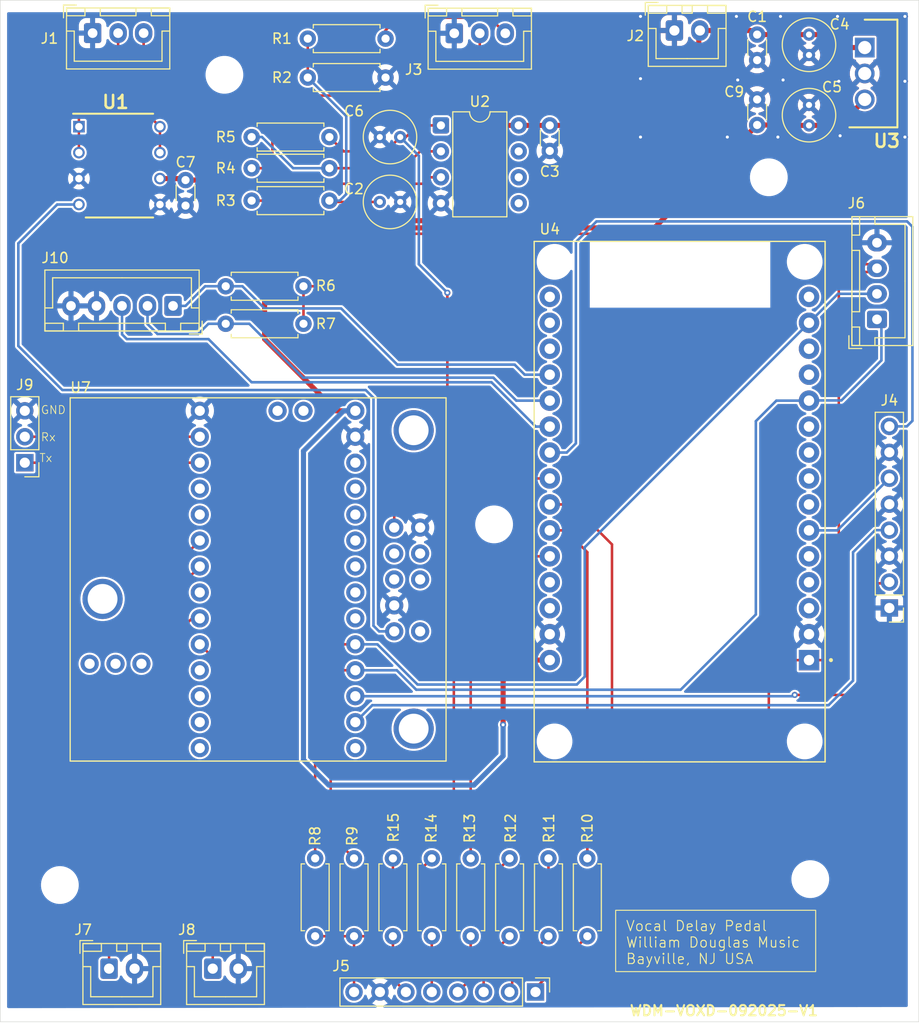
<source format=kicad_pcb>
(kicad_pcb (version 20241229) (generator "pcbnew") (generator_version "9.0")
  (title_block (title "Vocal delay Pedal") (date "2025-09-20") (rev "1") (company "William Douglas Music"))
  (layers (0 "F.Cu" signal) (2 "B.Cu" signal) (13 "F.Paste" user) (15 "B.Paste" user) (5 "F.SilkS" user "F.Silkscreen") (7 "B.SilkS" user "B.Silkscreen") (1 "F.Mask" user) (3 "B.Mask" user) (25 "Edge.Cuts" user))
  (net 0 "")
  (net 1 "GND")
  (net 2 "+9V")
  (net 3 "/VGND")
  (net 4 "+5V")
  (net 5 "Net-(J3-Pin_2)")
  (net 6 "Net-(J3-Pin_3)")
  (net 7 "SDA")
  (net 8 "+3.3V")
  (net 9 "SCL")
  (net 10 "Net-(J7-Pin_1)")
  (net 11 "Net-(J8-Pin_1)")
  (net 12 "Net-(J9-Pin_2)")
  (net 13 "LED2")
  (net 14 "LED5")
  (net 15 "LED4")
  (net 16 "LED1")
  (net 17 "LED3")
  (net 18 "LED6")
  (net 19 "SIO1")
  (net 20 "SIO4")
  (net 21 "SIO3")
  (net 22 "SIO2")
  (net 23 "LINE_IN_L")
  (net 24 "LINE_OUT_L")
  (net 25 "Net-(J1-Pin_2)")
  (net 26 "Net-(J1-Pin_3)")
  (net 27 "Net-(J9-Pin_1)")
  (net 28 "Net-(J10-Pin_1)")
  (net 29 "Net-(J10-Pin_2)")
  (net 30 "Net-(J10-Pin_3)")
  (net 31 "Net-(U2A-+)")
  (net 32 "Net-(U2A--)")
  (net 64 "Net-(J5-Pin_3)")
  (net 65 "Net-(J5-Pin_2)")
  (net 66 "Net-(J5-Pin_6)")
  (net 67 "Net-(J5-Pin_5)")
  (net 68 "Net-(J5-Pin_1)")
  (net 69 "Net-(J5-Pin_4)")
  (footprint "Connector_JST:JST_XH_B2B-XH-A_1x02_P2.50mm_Vertical" (layer "F.Cu") (at 70.477 150.807)
    (property "Reference" "J7")
    (property "Value" "Stomp SW1")
  )
  (footprint "Resistor_THT:R_Axial_DIN0207_L6.3mm_D2.5mm_P7.62mm_Horizontal" (layer "F.Cu") (at 98.29 140.012 -90)
    (property "Reference" "R15")
    (property "Value" "470" (hide yes))
  )
  (footprint "MountingHole:MountingHole_3.2mm_M3" (layer "F.Cu") (at 135.12 73.337)
    (property "Reference" "REF**" (hide yes))
    (property "Value" "MountingHole_3.2mm_M3")
  )
  (footprint "Connector_PinHeader_2.54mm:PinHeader_1x08_P2.54mm_Vertical" (layer "F.Cu") (at 146.931 115.501 180)
    (property "Reference" "J4")
    (property "Value" "Spare IO Header")
  )
  (footprint "Capacitor_THT:C_Radial_D5.0mm_H5.0mm_P2.00mm" (layer "F.Cu") (at 139.057 59.367 -90)
    (property "Reference" "C4")
    (property "Value" "100uf" (hide yes))
  )
  (footprint "Capacitor_THT:C_Disc_D3.0mm_W1.6mm_P2.50mm" (layer "F.Cu") (at 133.977 65.717 -90)
    (property "Reference" "C9")
    (property "Value" ".1uf" (hide yes))
  )
  (footprint "Resistor_THT:R_Axial_DIN0207_L6.3mm_D2.5mm_P7.62mm_Horizontal" (layer "F.Cu") (at 89.948 63.575)
    (property "Reference" "R2")
    (property "Value" "10K" (hide yes))
  )
  (footprint "Connector_JST:JST_XH_B2B-XH-A_1x02_P2.50mm_Vertical" (layer "F.Cu") (at 125.869 58.969)
    (property "Reference" "J2")
    (property "Value" "9V Supply")
  )
  (footprint "MountingHole:MountingHole_3.2mm_M3" (layer "F.Cu") (at 139.184 142.044)
    (property "Reference" "REF**" (hide yes))
    (property "Value" "MountingHole_3.2mm_M3")
  )
  (footprint "MountingHole:MountingHole_3.2mm_M3" (layer "F.Cu") (at 81.78 63.304)
    (property "Reference" "REF**" (hide yes))
    (property "Value" "MountingHole_3.2mm_M3")
  )
  (footprint "Resistor_THT:R_Axial_DIN0207_L6.3mm_D2.5mm_P7.62mm_Horizontal" (layer "F.Cu") (at 117.34 140.012 -90)
    (property "Reference" "R10")
    (property "Value" "470" (hide yes))
  )
  (footprint "Resistor_THT:R_Axial_DIN0207_L6.3mm_D2.5mm_P7.62mm_Horizontal" (layer "F.Cu") (at 84.447 69.4)
    (property "Reference" "R5")
    (property "Value" "1K" (hide yes))
  )
  (footprint "Resistor_THT:R_Axial_DIN0207_L6.3mm_D2.5mm_P7.62mm_Horizontal" (layer "F.Cu") (at 90.67 147.632 90)
    (property "Reference" "R8")
    (property "Value" "4.7K" (hide yes))
  )
  (footprint "Resistor_THT:R_Axial_DIN0207_L6.3mm_D2.5mm_P7.62mm_Horizontal" (layer "F.Cu") (at 105.91 140.012 -90)
    (property "Reference" "R13")
    (property "Value" "470" (hide yes))
  )
  (footprint "Connector_JST:JST_XH_B4B-XH-A_1x04_P2.50mm_Vertical" (layer "F.Cu") (at 145.717 87.247 90)
    (property "Reference" "J6")
    (property "Value" "OLED Display")
  )
  (footprint "Connector_PinHeader_2.54mm:PinHeader_1x03_P2.54mm_Vertical" (layer "F.Cu") (at 62.222 101.277 180)
    (property "Reference" "J9")
    (property "Value" "Conn_01x03_Pin" (hide yes))
  )
  (footprint "Resistor_THT:R_Axial_DIN0207_L6.3mm_D2.5mm_P7.62mm_Horizontal" (layer "F.Cu") (at 92.067 75.623 180)
    (property "Reference" "R3")
    (property "Value" "10K" (hide yes))
  )
  (footprint "MySamacSys:MODULE_DEV-15845" (layer "F.Cu") (at 84.447 112.707 -90)
    (property "Reference" "U7")
    (property "Value" "Audio_Shield")
  )
  (footprint "MySamacSys:DIP794W53P254L959H508Q8N" (layer "F.Cu") (at 71.493 72.194)
    (property "Reference" "U1")
    (property "Value" "DRV134PA" (hide yes))
  )
  (footprint "Resistor_THT:R_Axial_DIN0207_L6.3mm_D2.5mm_P7.62mm_Horizontal" (layer "F.Cu") (at 89.527 84.005 180)
    (property "Reference" "R6")
    (property "Value" "10K" (hide yes))
  )
  (footprint "Resistor_THT:R_Axial_DIN0207_L6.3mm_D2.5mm_P7.62mm_Horizontal" (layer "F.Cu") (at 84.447 72.448)
    (property "Reference" "R4")
    (property "Value" "10K" (hide yes))
  )
  (footprint "Capacitor_THT:C_Disc_D3.0mm_W1.6mm_P2.50mm" (layer "F.Cu") (at 133.977 59.367 -90)
    (property "Reference" "C1")
    (property "Value" ".1uf" (hide yes))
  )
  (footprint "Package_DIP:DIP-8_W7.62mm" (layer "F.Cu") (at 102.994 68.257)
    (property "Reference" "U2")
    (property "Value" "NE5532")
  )
  (footprint "Connector_JST:JST_XH_B5B-XH-A_1x05_P2.50mm_Vertical" (layer "F.Cu") (at 76.747 85.927 180)
    (property "Reference" "J10")
    (property "Value" "Encoder_With_Sw")
  )
  (footprint "Resistor_THT:R_Axial_DIN0207_L6.3mm_D2.5mm_P7.62mm_Horizontal" (layer "F.Cu") (at 102.1 140.012 -90)
    (property "Reference" "R14")
    (property "Value" "470" (hide yes))
  )
  (footprint "Connector_JST:JST_XH_B3B-XH-A_1x03_P2.50mm_Vertical" (layer "F.Cu") (at 68.866 59.223)
    (property "Reference" "J1")
    (property "Value" "XLR Out")
  )
  (footprint "MySamacSys:TO254P470X1028X1955-3P" (layer "F.Cu") (at 144.518 60.637 -90)
    (property "Reference" "U3")
    (property "Value" "LM2940T-5.0_NOPB" (hide yes))
  )
  (footprint "Resistor_THT:R_Axial_DIN0207_L6.3mm_D2.5mm_P7.62mm_Horizontal" (layer "F.Cu") (at 97.568 59.765 180)
    (property "Reference" "R1")
    (property "Value" "10K" (hide yes))
  )
  (footprint "Resistor_THT:R_Axial_DIN0207_L6.3mm_D2.5mm_P7.62mm_Horizontal" (layer "F.Cu") (at 89.527 87.677 180)
    (property "Reference" "R7")
    (property "Value" "10K" (hide yes))
  )
  (footprint "MountingHole:MountingHole_3.2mm_M3" (layer "F.Cu") (at 108.204 107.315)
    (property "Reference" "REF**" (hide yes))
    (property "Value" "MountingHole_3.2mm_M3")
  )
  (footprint "Connector_JST:JST_XH_B3B-XH-A_1x03_P2.50mm_Vertical" (layer "F.Cu") (at 104.299 59.24)
    (property "Reference" "J3")
    (property "Value" "XLR In")
  )
  (footprint "Capacitor_THT:C_Disc_D3.0mm_W1.6mm_P2.50mm" (layer "F.Cu") (at 113.657 68.257 -90)
    (property "Reference" "C3")
    (property "Value" ".1uF" (hide yes))
  )
  (footprint "Connector_JST:JST_XH_B2B-XH-A_1x02_P2.50mm_Vertical" (layer "F.Cu") (at 80.637 150.807)
    (property "Reference" "J8")
    (property "Value" "Stomp SW2")
  )
  (footprint "Capacitor_THT:C_Radial_D5.0mm_H5.0mm_P2.00mm" (layer "F.Cu") (at 97.004 75.75)
    (property "Reference" "C2")
    (property "Value" "100uf" (hide yes))
  )
  (footprint "Resistor_THT:R_Axial_DIN0207_L6.3mm_D2.5mm_P7.62mm_Horizontal" (layer "F.Cu") (at 113.53 140.012 -90)
    (property "Reference" "R11")
    (property "Value" "470" (hide yes))
  )
  (footprint "MountingHole:MountingHole_3.2mm_M3" (layer "F.Cu") (at 65.659 142.621)
    (property "Reference" "REF**" (hide yes))
    (property "Value" "MountingHole_3.2mm_M3")
  )
  (footprint "Capacitor_THT:C_Radial_D5.0mm_H5.0mm_P2.00mm" (layer "F.Cu") (at 99.004 69.4 180)
    (property "Reference" "C6")
    (property "Value" "10uf" (hide yes))
  )
  (footprint "MySamacSys:MODULE_ESP32_DEVKIT_V1" (layer "F.Cu") (at 126.357 105.087 180)
    (property "Reference" "U4")
    (property "Value" "ESP32-DEVKIT-V1")
  )
  (footprint "Capacitor_THT:C_Radial_D5.0mm_H5.0mm_P2.00mm" (layer "F.Cu") (at 139.057 68.257 90)
    (property "Reference" "C5")
    (property "Value" "100uf" (hide yes))
  )
  (footprint "Resistor_THT:R_Axial_DIN0207_L6.3mm_D2.5mm_P7.62mm_Horizontal" (layer "F.Cu") (at 94.48 147.632 90)
    (property "Reference" "R9")
    (property "Value" "4.7K" (hide yes))
  )
  (footprint "Connector_PinHeader_2.54mm:PinHeader_1x08_P2.54mm_Vertical" (layer "F.Cu") (at 112.26 153.093 -90)
    (property "Reference" "J5")
    (property "Value" "LED Header")
  )
  (footprint "Resistor_THT:R_Axial_DIN0207_L6.3mm_D2.5mm_P7.62mm_Horizontal" (layer "F.Cu") (at 109.72 140.012 -90)
    (property "Reference" "R12")
    (property "Value" "470" (hide yes))
  )
  (footprint "Capacitor_THT:C_Disc_D3.0mm_W1.6mm_P2.50mm" (layer "F.Cu") (at 77.97 73.611 -90)
    (property "Reference" "C7")
    (property "Value" ".1uF" (hide yes))
  )
  (gr_rect (start 59.817 56.007) (end 149.817 156.007) (stroke (width 0.05)) (fill no) (layer "Edge.Cuts"))
  (gr_text "GND" (at 63.746 96.578 0) (layer "F.SilkS") (effects (font (size 0.8 0.8) (thickness 0.08)) (justify left bottom)))
  (gr_text "Rx" (at 63.746 99.245 0) (layer "F.SilkS") (effects (font (size 0.8 0.8) (thickness 0.08)) (justify left bottom)))
  (gr_text "Tx" (at 63.602 101.277 0) (layer "F.SilkS") (effects (font (size 0.8 0.8) (thickness 0.08)) (justify left bottom)))
  (gr_text "WDM-VOXD-092025-V1" (at 121.404 155.506 0) (layer "F.SilkS") (effects (font (size 1 1) (thickness 0.2) (bold yes)) (justify left bottom)))
  (gr_text_box "Vocal Delay Pedal\nWilliam Douglas Music\nBayville, NJ USA" (start 120.113 145.092) (end 139.713 151.0945) (margins 1.0025 1.0025 1.0025 1.0025) (layer "F.SilkS") (effects (font (size 1 1) (thickness 0.1)) (justify left top)) (border yes) (stroke (width 0.1)))
  (via (at 122.547 63.685) (size 0.6) (drill 0.3) (layers "F.Cu" "B.Cu") (net 1))
  (via (at 141.851 57.589) (size 0.6) (drill 0.3) (layers "F.Cu" "B.Cu") (net 1))
  (via (at 148.455 57.589) (size 0.6) (drill 0.3) (layers "F.Cu" "B.Cu") (net 1))
  (via (at 141.978 63.939) (size 0.6) (drill 0.3) (layers "F.Cu" "B.Cu") (net 1))
  (via (at 142.105 69.273) (size 0.6) (drill 0.3) (layers "F.Cu" "B.Cu") (net 1))
  (via (at 131.945 57.589) (size 0.6) (drill 0.3) (layers "F.Cu" "B.Cu") (net 1))
  (via (at 136.517 63.812) (size 0.6) (drill 0.3) (layers "F.Cu" "B.Cu") (net 1))
  (via (at 122.547 69.4) (size 0.6) (drill 0.3) (layers "F.Cu" "B.Cu") (net 1))
  (via (at 136.009 69.4) (size 0.6) (drill 0.3) (layers "F.Cu" "B.Cu") (net 1))
  (via (at 132.072 63.812) (size 0.6) (drill 0.3) (layers "F.Cu" "B.Cu") (net 1))
  (via (at 122.547 57.589) (size 0.6) (drill 0.3) (layers "F.Cu" "B.Cu") (net 1))
  (via (at 148.455 63.939) (size 0.6) (drill 0.3) (layers "F.Cu" "B.Cu") (net 1))
  (via (at 136.263 57.589) (size 0.6) (drill 0.3) (layers "F.Cu" "B.Cu") (net 1))
  (via (at 131.056 69.4) (size 0.6) (drill 0.3) (layers "F.Cu" "B.Cu") (net 1))
  (via (at 148.455 69.4) (size 0.6) (drill 0.3) (layers "F.Cu" "B.Cu") (net 1))
  (segment (start 84.127 77.589) (end 104.833 77.589) (width 0.5) (layer "F.Cu") (net 2))
  (segment (start 106.164 69.019) (end 106.926 68.257) (width 0.5) (layer "F.Cu") (net 2))
  (segment (start 77.823 73.464) (end 77.97 73.611) (width 0.5) (layer "F.Cu") (net 2))
  (segment (start 106.926 68.257) (end 110.614 68.257) (width 0.5) (layer "F.Cu") (net 2))
  (segment (start 80.149 73.611) (end 84.127 77.589) (width 0.5) (layer "F.Cu") (net 2))
  (segment (start 104.833 77.589) (end 106.164 76.258) (width 0.5) (layer "F.Cu") (net 2))
  (segment (start 141.851 59.367) (end 139.057 59.367) (width 0.5) (layer "F.Cu") (net 2))
  (segment (start 133.977 59.367) (end 133.723 59.367) (width 0.5) (layer "F.Cu") (net 2))
  (segment (start 77.97 73.611) (end 80.149 73.611) (width 0.5) (layer "F.Cu") (net 2))
  (segment (start 128.262 59.076) (end 128.369 58.969) (width 0.5) (layer "F.Cu") (net 2))
  (segment (start 113.657 68.257) (end 124.706 68.257) (width 0.5) (layer "F.Cu") (net 2))
  (segment (start 124.706 68.257) (end 128.262 64.701) (width 0.5) (layer "F.Cu") (net 2))
  (segment (start 113.657 68.257) (end 110.614 68.257) (width 0.5) (layer "F.Cu") (net 2))
  (segment (start 144.557 60.637) (end 143.121 60.637) (width 0.5) (layer "F.Cu") (net 2))
  (segment (start 143.121 60.637) (end 141.851 59.367) (width 0.5) (layer "F.Cu") (net 2))
  (segment (start 133.325 58.969) (end 128.369 58.969) (width 0.5) (layer "F.Cu") (net 2))
  (segment (start 106.164 76.258) (end 106.164 69.019) (width 0.5) (layer "F.Cu") (net 2))
  (segment (start 139.057 59.367) (end 133.977 59.367) (width 0.5) (layer "F.Cu") (net 2))
  (segment (start 128.262 64.701) (end 128.262 59.076) (width 0.5) (layer "F.Cu") (net 2))
  (segment (start 75.463 73.464) (end 77.823 73.464) (width 0.5) (layer "F.Cu") (net 2))
  (segment (start 133.723 59.367) (end 133.325 58.969) (width 0.5) (layer "F.Cu") (net 2))
  (segment (start 97.004 75.75) (end 92.194 75.75) (width 0.25) (layer "F.Cu") (net 3))
  (segment (start 89.948 59.765) (end 89.948 63.575) (width 0.25) (layer "F.Cu") (net 3))
  (segment (start 92.194 75.75) (end 92.067 75.623) (width 0.25) (layer "F.Cu") (net 3))
  (segment (start 93.718 74.988) (end 93.083 75.623) (width 0.25) (layer "B.Cu") (net 3))
  (segment (start 89.948 63.575) (end 93.718 67.345) (width 0.25) (layer "B.Cu") (net 3))
  (segment (start 93.083 75.623) (end 92.067 75.623) (width 0.25) (layer "B.Cu") (net 3))
  (segment (start 93.718 67.345) (end 93.718 74.988) (width 0.25) (layer "B.Cu") (net 3))
  (segment (start 142.017 68.257) (end 139.057 68.257) (width 0.5) (layer "F.Cu") (net 4))
  (segment (start 138.168 68.257) (end 138.128 68.217) (width 0.5) (layer "F.Cu") (net 4))
  (segment (start 109.085 122.613) (end 109.085 126.931) (width 0.5) (layer "F.Cu") (net 4))
  (segment (start 111.096 120.602) (end 110.609 121.089) (width 0.5) (layer "F.Cu") (net 4))
  (segment (start 85.717 89.177) (end 85.717 79.687) (width 0.5) (layer "F.Cu") (net 4))
  (segment (start 113.657 120.602) (end 111.096 120.602) (width 0.5) (layer "F.Cu") (net 4))
  (segment (start 123.904 78.29) (end 133.977 68.217) (width 0.5) (layer "F.Cu") (net 4))
  (segment (start 139.057 68.257) (end 138.168 68.257) (width 0.5) (layer "F.Cu") (net 4))
  (segment (start 138.128 68.217) (end 133.977 68.217) (width 0.5) (layer "F.Cu") (net 4))
  (segment (start 94.607 96.197) (end 92.737 96.197) (width 0.5) (layer "F.Cu") (net 4))
  (segment (start 92.737 96.197) (end 85.717 89.177) (width 0.5) (layer "F.Cu") (net 4))
  (segment (start 87.114 78.29) (end 123.904 78.29) (width 0.5) (layer "F.Cu") (net 4))
  (segment (start 110.609 121.089) (end 109.085 122.613) (width 0.5) (layer "F.Cu") (net 4))
  (segment (start 85.717 79.687) (end 87.114 78.29) (width 0.5) (layer "F.Cu") (net 4))
  (segment (start 144.557 65.717) (end 142.017 68.257) (width 0.5) (layer "F.Cu") (net 4))
  (via (at 109.085 126.931) (size 0.6) (drill 0.3) (layers "F.Cu" "B.Cu") (net 4))
  (segment (start 106.2275 132.8365) (end 92.0035 132.8365) (width 0.5) (layer "B.Cu") (net 4))
  (segment (start 109.085 126.931) (end 109.085 129.979) (width 0.5) (layer "B.Cu") (net 4))
  (segment (start 89.527 130.36) (end 89.527 100.134) (width 0.5) (layer "B.Cu") (net 4))
  (segment (start 92.0035 132.8365) (end 89.527 130.36) (width 0.5) (layer "B.Cu") (net 4))
  (segment (start 89.527 100.134) (end 93.464 96.197) (width 0.5) (layer "B.Cu") (net 4))
  (segment (start 109.085 129.979) (end 106.2275 132.8365) (width 0.5) (layer "B.Cu") (net 4))
  (segment (start 93.464 96.197) (end 94.607 96.197) (width 0.5) (layer "B.Cu") (net 4))
  (segment (start 87.368 65.336) (end 103.497 65.336) (width 0.25) (layer "F.Cu") (net 5))
  (segment (start 86.479 66.225) (end 87.368 65.336) (width 0.25) (layer "F.Cu") (net 5))
  (segment (start 106.799 62.034) (end 106.799 59.581) (width 0.25) (layer "F.Cu") (net 5))
  (segment (start 84.447 72.448) (end 85.865491 72.448) (width 0.25) (layer "F.Cu") (net 5))
  (segment (start 106.799 59.581) (end 106.458 59.24) (width 0.25) (layer "F.Cu") (net 5))
  (segment (start 85.865491 72.448) (end 86.479 71.834491) (width 0.25) (layer "F.Cu") (net 5))
  (segment (start 86.479 71.834491) (end 86.479 66.225) (width 0.25) (layer "F.Cu") (net 5))
  (segment (start 103.497 65.336) (end 106.799 62.034) (width 0.25) (layer "F.Cu") (net 5))
  (segment (start 107.775 57.716) (end 98.798 57.716) (width 0.25) (layer "F.Cu") (net 6))
  (segment (start 97.568 58.946) (end 97.568 59.765) (width 0.25) (layer "F.Cu") (net 6))
  (segment (start 98.798 57.716) (end 97.568 58.946) (width 0.25) (layer "F.Cu") (net 6))
  (segment (start 109.299 59.24) (end 107.775 57.716) (width 0.25) (layer "F.Cu") (net 6))
  (segment (start 93.337 121.597) (end 94.607 121.597) (width 0.25) (layer "F.Cu") (net 7))
  (segment (start 94.48 140.012) (end 92.194 137.726) (width 0.25) (layer "F.Cu") (net 7))
  (segment (start 92.194 137.726) (end 92.194 122.74) (width 0.25) (layer "F.Cu") (net 7))
  (segment (start 92.194 122.74) (end 93.337 121.597) (width 0.25) (layer "F.Cu") (net 7))
  (segment (start 133.85 116.136) (end 133.85 97.213) (width 0.25) (layer "B.Cu") (net 7))
  (segment (start 139.078 95.181) (end 139.057 95.202) (width 0.25) (layer "B.Cu") (net 7))
  (segment (start 94.607 121.597) (end 98.66819 121.597) (width 0.25) (layer "B.Cu") (net 7))
  (segment (start 133.85 97.213) (end 135.861 95.202) (width 0.25) (layer "B.Cu") (net 7))
  (segment (start 126.484 123.502) (end 133.85 116.136) (width 0.25) (layer "B.Cu") (net 7))
  (segment (start 146.152 91.261) (end 142.232 95.181) (width 0.25) (layer "B.Cu") (net 7))
  (segment (start 142.232 95.181) (end 139.078 95.181) (width 0.25) (layer "B.Cu") (net 7))
  (segment (start 98.66819 121.597) (end 100.57319 123.502) (width 0.25) (layer "B.Cu") (net 7))
  (segment (start 100.57319 123.502) (end 126.484 123.502) (width 0.25) (layer "B.Cu") (net 7))
  (segment (start 135.861 95.202) (end 139.057 95.202) (width 0.25) (layer "B.Cu") (net 7))
  (segment (start 146.152 87.247) (end 146.152 91.261) (width 0.25) (layer "B.Cu") (net 7))
  (segment (start 94.48 147.632) (end 90.67 147.632) (width 0.25) (layer "F.Cu") (net 8))
  (segment (start 89.527 84.005) (end 89.527 87.677) (width 0.25) (layer "F.Cu") (net 8))
  (segment (start 140.941 120.602) (end 141.978 119.565) (width 0.25) (layer "F.Cu") (net 8))
  (segment (start 99.746 78.866) (end 140.251891 78.866) (width 0.25) (layer "F.Cu") (net 8))
  (segment (start 141.978 119.565) (end 141.978 84.132) (width 0.25) (layer "F.Cu") (net 8))
  (segment (start 143.231891 81.846) (end 145.316 81.846) (width 0.25) (layer "F.Cu") (net 8))
  (segment (start 132.637 142.241) (end 135.12 139.758) (width 0.25) (layer "F.Cu") (net 8))
  (segment (start 89.527 84.005) (end 94.607 84.005) (width 0.25) (layer "F.Cu") (net 8))
  (segment (start 143.502 82.608) (end 145.356 82.608) (width 0.25) (layer "F.Cu") (net 8))
  (segment (start 94.48 147.632) (end 94.48 153.093) (width 0.25) (layer "F.Cu") (net 8))
  (segment (start 140.251891 78.866) (end 143.231891 81.846) (width 0.25) (layer "F.Cu") (net 8))
  (segment (start 94.607 84.005) (end 99.746 78.866) (width 0.25) (layer "F.Cu") (net 8))
  (segment (start 101.00237 142.241) (end 132.637 142.241) (width 0.25) (layer "F.Cu") (net 8))
  (segment (start 95.61137 147.632) (end 101.00237 142.241) (width 0.25) (layer "F.Cu") (net 8))
  (segment (start 145.316 81.846) (end 145.717 82.247) (width 0.25) (layer "F.Cu") (net 8))
  (segment (start 135.12 139.758) (end 135.12 122.486) (width 0.25) (layer "F.Cu") (net 8))
  (segment (start 137.004 120.602) (end 139.057 120.602) (width 0.25) (layer "F.Cu") (net 8))
  (segment (start 139.057 120.602) (end 140.941 120.602) (width 0.25) (layer "F.Cu") (net 8))
  (segment (start 145.356 82.608) (end 145.717 82.247) (width 0.25) (layer "F.Cu") (net 8))
  (segment (start 94.48 147.632) (end 95.61137 147.632) (width 0.25) (layer "F.Cu") (net 8))
  (segment (start 141.978 84.132) (end 143.502 82.608) (width 0.25) (layer "F.Cu") (net 8))
  (segment (start 135.12 122.486) (end 137.004 120.602) (width 0.25) (layer "F.Cu") (net 8))
  (segment (start 92.448 119.057) (end 94.607 119.057) (width 0.25) (layer "F.Cu") (net 9))
  (segment (start 90.67 140.012) (end 90.67 120.835) (width 0.25) (layer "F.Cu") (net 9))
  (segment (start 90.67 120.835) (end 92.448 119.057) (width 0.25) (layer "F.Cu") (net 9))
  (segment (start 100.703 122.994) (end 96.766 119.057) (width 0.25) (layer "B.Cu") (net 9))
  (segment (start 96.766 119.057) (end 94.607 119.057) (width 0.25) (layer "B.Cu") (net 9))
  (segment (start 117.086 122.218096) (end 116.310096 122.994) (width 0.25) (layer "B.Cu") (net 9))
  (segment (start 146.152 84.747) (end 141.892 84.747) (width 0.25) (layer "B.Cu") (net 9))
  (segment (start 139.057 87.582) (end 117.086 109.553) (width 0.25) (layer "B.Cu") (net 9))
  (segment (start 141.892 84.747) (end 139.057 87.582) (width 0.25) (layer "B.Cu") (net 9))
  (segment (start 116.310096 122.994) (end 100.703 122.994) (width 0.25) (layer "B.Cu") (net 9))
  (segment (start 117.086 109.553) (end 117.086 122.218096) (width 0.25) (layer "B.Cu") (net 9))
  (segment (start 70.477 127.947) (end 75.43 122.994) (width 0.25) (layer "F.Cu") (net 10))
  (segment (start 75.43 122.994) (end 75.43 112.834) (width 0.25) (layer "F.Cu") (net 10))
  (segment (start 70.477 150.807) (end 70.477 127.947) (width 0.25) (layer "F.Cu") (net 10))
  (segment (start 75.43 112.834) (end 79.367 108.897) (width 0.25) (layer "F.Cu") (net 10))
  (segment (start 80.637 146.235) (end 80.637 150.807) (width 0.25) (layer "F.Cu") (net 11))
  (segment (start 76.319 141.917) (end 80.637 146.235) (width 0.25) (layer "F.Cu") (net 11))
  (segment (start 76.319 114.485) (end 76.319 141.917) (width 0.25) (layer "F.Cu") (net 11))
  (segment (start 79.367 111.437) (end 76.319 114.485) (width 0.25) (layer "F.Cu") (net 11))
  (segment (start 62.857 98.737) (end 79.367 98.737) (width 0.25) (layer "F.Cu") (net 12))
  (segment (start 118.775016 141.79) (end 119.753 140.812016) (width 0.25) (layer "F.Cu") (net 13))
  (segment (start 114.038 141.79) (end 118.775016 141.79) (width 0.25) (layer "F.Cu") (net 13))
  (segment (start 113.53 140.012) (end 113.53 141.282) (width 0.25) (layer "F.Cu") (net 13))
  (segment (start 119.753 109.278) (end 115.837 105.362) (width 0.25) (layer "F.Cu") (net 13))
  (segment (start 119.753 140.812016) (end 119.753 109.278) (width 0.25) (layer "F.Cu") (net 13))
  (segment (start 113.53 141.282) (end 114.038 141.79) (width 0.25) (layer "F.Cu") (net 13))
  (segment (start 115.837 105.362) (end 113.657 105.362) (width 0.25) (layer "F.Cu") (net 13))
  (segment (start 78.605 116.517) (end 79.367 116.517) (width 0.25) (layer "F.Cu") (net 14))
  (segment (start 77.335 140.52) (end 77.335 117.787) (width 0.25) (layer "F.Cu") (net 14))
  (segment (start 98.544 143.568) (end 80.383 143.568) (width 0.25) (layer "F.Cu") (net 14))
  (segment (start 102.1 140.012) (end 98.544 143.568) (width 0.25) (layer "F.Cu") (net 14))
  (segment (start 80.383 143.568) (end 77.335 140.52) (width 0.25) (layer "F.Cu") (net 14))
  (segment (start 77.335 117.787) (end 78.605 116.517) (width 0.25) (layer "F.Cu") (net 14))
  (segment (start 105.91 114.993) (end 110.482 110.421) (width 0.25) (layer "F.Cu") (net 15))
  (segment (start 110.503 110.442) (end 113.657 110.442) (width 0.25) (layer "F.Cu") (net 15))
  (segment (start 110.482 110.421) (end 110.503 110.442) (width 0.25) (layer "F.Cu") (net 15))
  (segment (start 105.91 140.012) (end 105.91 114.993) (width 0.25) (layer "F.Cu") (net 15))
  (segment (start 117.34 110.04) (end 115.181 107.881) (width 0.25) (layer "F.Cu") (net 16))
  (segment (start 115.16 107.902) (end 113.657 107.902) (width 0.25) (layer "F.Cu") (net 16))
  (segment (start 117.34 140.012) (end 117.34 110.04) (width 0.25) (layer "F.Cu") (net 16))
  (segment (start 115.181 107.881) (end 115.16 107.902) (width 0.25) (layer "F.Cu") (net 16))
  (segment (start 104.259 141.409) (end 104.259 105.976) (width 0.25) (layer "F.Cu") (net 17))
  (segment (start 109.72 140.012) (end 108.594 141.138) (width 0.25) (layer "F.Cu") (net 17))
  (segment (start 107.413 102.822) (end 113.657 102.822) (width 0.25) (layer "F.Cu") (net 17))
  (segment (start 104.259 105.976) (end 107.413 102.822) (width 0.25) (layer "F.Cu") (net 17))
  (segment (start 104.64 141.79) (end 104.259 141.409) (width 0.25) (layer "F.Cu") (net 17))
  (segment (start 108.594 141.392) (end 108.196 141.79) (width 0.25) (layer "F.Cu") (net 17))
  (segment (start 108.196 141.79) (end 104.64 141.79) (width 0.25) (layer "F.Cu") (net 17))
  (segment (start 108.594 141.138) (end 108.594 141.392) (width 0.25) (layer "F.Cu") (net 17))
  (segment (start 85.59 142.044) (end 86.352 142.806) (width 0.25) (layer "F.Cu") (net 18))
  (segment (start 98.29 142.298) (end 98.29 140.012) (width 0.25) (layer "F.Cu") (net 18))
  (segment (start 85.59 125.28) (end 85.59 142.044) (width 0.25) (layer "F.Cu") (net 18))
  (segment (start 86.352 142.806) (end 97.528 142.806) (width 0.25) (layer "F.Cu") (net 18))
  (segment (start 97.655 142.933) (end 98.29 142.298) (width 0.25) (layer "F.Cu") (net 18))
  (segment (start 79.367 119.057) (end 85.59 125.28) (width 0.25) (layer "F.Cu") (net 18))
  (segment (start 97.528 142.806) (end 97.655 142.933) (width 0.25) (layer "F.Cu") (net 18))
  (segment (start 149.191 97.177) (end 149.191 78.177) (width 0.25) (layer "B.Cu") (net 19))
  (segment (start 118.239 77.655) (end 116.217 79.677) (width 0.25) (layer "B.Cu") (net 19))
  (segment (start 148.669 77.655) (end 118.239 77.655) (width 0.25) (layer "B.Cu") (net 19))
  (segment (start 146.931 97.721) (end 148.647 97.721) (width 0.25) (layer "B.Cu") (net 19))
  (segment (start 115.322 100.282) (end 113.657 100.282) (width 0.25) (layer "B.Cu") (net 19))
  (segment (start 148.647 97.721) (end 149.191 97.177) (width 0.25) (layer "B.Cu") (net 19))
  (segment (start 116.217 79.677) (end 116.217 99.387) (width 0.25) (layer "B.Cu") (net 19))
  (segment (start 116.217 99.387) (end 115.322 100.282) (width 0.25) (layer "B.Cu") (net 19))
  (segment (start 149.191 78.177) (end 148.669 77.655) (width 0.25) (layer "B.Cu") (net 19))
  (segment (start 137.66 124.01) (end 143.502 124.01) (width 0.25) (layer "F.Cu") (net 20))
  (segment (start 146.804 113.088) (end 146.931 112.961) (width 0.25) (layer "F.Cu") (net 20))
  (segment (start 143.502 124.01) (end 144.518 122.994) (width 0.25) (layer "F.Cu") (net 20))
  (segment (start 145.534 113.088) (end 146.804 113.088) (width 0.25) (layer "F.Cu") (net 20))
  (segment (start 144.518 114.104) (end 145.534 113.088) (width 0.25) (layer "F.Cu") (net 20))
  (segment (start 144.518 122.994) (end 144.518 114.104) (width 0.25) (layer "F.Cu") (net 20))
  (via (at 137.66 124.01) (size 0.6) (drill 0.3) (layers "F.Cu" "B.Cu") (net 20))
  (segment (start 137.533 124.137) (end 94.607 124.137) (width 0.25) (layer "B.Cu") (net 20))
  (segment (start 137.66 124.01) (end 137.533 124.137) (width 0.25) (layer "B.Cu") (net 20))
  (segment (start 94.861 123.883) (end 94.607 124.137) (width 0.25) (layer "B.Cu") (net 20))
  (segment (start 143.375 122.613) (end 143.375 110.04) (width 0.25) (layer "B.Cu") (net 21))
  (segment (start 145.534 107.881) (end 146.931 107.881) (width 0.25) (layer "B.Cu") (net 21))
  (segment (start 140.9705 125.0175) (end 143.375 122.613) (width 0.25) (layer "B.Cu") (net 21))
  (segment (start 94.607 126.677) (end 96.2665 125.0175) (width 0.25) (layer "B.Cu") (net 21))
  (segment (start 96.2665 125.0175) (end 140.9705 125.0175) (width 0.25) (layer "B.Cu") (net 21))
  (segment (start 143.375 110.04) (end 145.534 107.881) (width 0.25) (layer "B.Cu") (net 21))
  (segment (start 141.83 107.902) (end 139.057 107.902) (width 0.25) (layer "B.Cu") (net 22))
  (segment (start 146.931 102.801) (end 141.83 107.902) (width 0.25) (layer "B.Cu") (net 22))
  (segment (start 97.607 70.797) (end 93.464 70.797) (width 0.25) (layer "F.Cu") (net 23))
  (segment (start 99.004 69.4) (end 99.56 69.4) (width 0.25) (layer "F.Cu") (net 23))
  (segment (start 98.417 105.468) (end 98.417 107.627) (width 0.25) (layer "F.Cu") (net 23))
  (segment (start 103.624 100.261) (end 98.417 105.468) (width 0.25) (layer "F.Cu") (net 23))
  (segment (start 100.703 68.257) (end 102.994 68.257) (width 0.25) (layer "F.Cu") (net 23))
  (segment (start 93.464 70.797) (end 92.067 69.4) (width 0.25) (layer "F.Cu") (net 23))
  (segment (start 103.624 84.64) (end 103.624 100.261) (width 0.25) (layer "F.Cu") (net 23))
  (segment (start 99.56 69.4) (end 100.703 68.257) (width 0.25) (layer "F.Cu") (net 23))
  (segment (start 99.004 69.4) (end 97.607 70.797) (width 0.25) (layer "F.Cu") (net 23))
  (via (at 103.624 84.64) (size 0.6) (drill 0.3) (layers "F.Cu" "B.Cu") (net 23))
  (segment (start 100.83 71.226) (end 100.83 81.846) (width 0.25) (layer "B.Cu") (net 23))
  (segment (start 99.004 69.4) (end 100.83 71.226) (width 0.25) (layer "B.Cu") (net 23))
  (segment (start 100.83 81.846) (end 103.624 84.64) (width 0.25) (layer "B.Cu") (net 23))
  (segment (start 96.932484 117.787) (end 98.417 117.787) (width 0.25) (layer "B.Cu") (net 24))
  (segment (start 67.523 76.004) (end 65.39 76.004) (width 0.25) (layer "B.Cu") (net 24))
  (segment (start 96.385 117.239516) (end 96.932484 117.787) (width 0.25) (layer "B.Cu") (net 24))
  (segment (start 96.385 94.927) (end 96.385 117.239516) (width 0.25) (layer "B.Cu") (net 24))
  (segment (start 95.623 94.165) (end 96.385 94.927) (width 0.25) (layer "B.Cu") (net 24))
  (segment (start 61.587 79.807) (end 61.587 89.847) (width 0.25) (layer "B.Cu") (net 24))
  (segment (start 61.587 89.847) (end 65.905 94.165) (width 0.25) (layer "B.Cu") (net 24))
  (segment (start 65.39 76.004) (end 61.587 79.807) (width 0.25) (layer "B.Cu") (net 24))
  (segment (start 65.905 94.165) (end 95.623 94.165) (width 0.25) (layer "B.Cu") (net 24))
  (segment (start 67.523 68.384) (end 67.523 70.924) (width 0.25) (layer "F.Cu") (net 25))
  (segment (start 67.523 66.258) (end 67.523 68.384) (width 0.25) (layer "F.Cu") (net 25))
  (segment (start 71.366 62.415) (end 67.523 66.258) (width 0.25) (layer "F.Cu") (net 25))
  (segment (start 71.366 59.223) (end 71.366 62.415) (width 0.25) (layer "F.Cu") (net 25))
  (segment (start 75.463 70.924) (end 75.463 68.384) (width 0.25) (layer "F.Cu") (net 26))
  (segment (start 73.866 66.787) (end 73.866 59.223) (width 0.25) (layer "F.Cu") (net 26))
  (segment (start 75.463 68.384) (end 73.866 66.787) (width 0.25) (layer "F.Cu") (net 26))
  (segment (start 62.857 101.277) (end 79.367 101.277) (width 0.25) (layer "F.Cu") (net 27))
  (segment (start 81.907 84.005) (end 83.545 84.005) (width 0.25) (layer "B.Cu") (net 28))
  (segment (start 111.202 92.662) (end 113.657 92.662) (width 0.25) (layer "B.Cu") (net 28))
  (segment (start 83.545 84.005) (end 85.717 86.177) (width 0.25) (layer "B.Cu") (net 28))
  (segment (start 79.889 84.005) (end 81.907 84.005) (width 0.25) (layer "B.Cu") (net 28))
  (segment (start 98.717 91.677) (end 110.217 91.677) (width 0.25) (layer "B.Cu") (net 28))
  (segment (start 76.747 85.927) (end 77.967 85.927) (width 0.25) (layer "B.Cu") (net 28))
  (segment (start 77.967 85.927) (end 79.889 84.005) (width 0.25) (layer "B.Cu") (net 28))
  (segment (start 85.717 86.177) (end 93.217 86.177) (width 0.25) (layer "B.Cu") (net 28))
  (segment (start 93.217 86.177) (end 98.717 91.677) (width 0.25) (layer "B.Cu") (net 28))
  (segment (start 110.217 91.677) (end 111.202 92.662) (width 0.25) (layer "B.Cu") (net 28))
  (segment (start 108.12981 92.952) (end 110.37981 95.202) (width 0.25) (layer "B.Cu") (net 29))
  (segment (start 84.217 87.677) (end 89.492 92.952) (width 0.25) (layer "B.Cu") (net 29))
  (segment (start 81.907 87.677) (end 84.217 87.677) (width 0.25) (layer "B.Cu") (net 29))
  (segment (start 75.217 88.677) (end 79.217 88.677) (width 0.25) (layer "B.Cu") (net 29))
  (segment (start 110.37981 95.202) (end 113.657 95.202) (width 0.25) (layer "B.Cu") (net 29))
  (segment (start 79.217 88.677) (end 80.217 87.677) (width 0.25) (layer "B.Cu") (net 29))
  (segment (start 74.247 85.927) (end 74.247 87.707) (width 0.25) (layer "B.Cu") (net 29))
  (segment (start 80.217 87.677) (end 81.907 87.677) (width 0.25) (layer "B.Cu") (net 29))
  (segment (start 89.492 92.952) (end 108.12981 92.952) (width 0.25) (layer "B.Cu") (net 29))
  (segment (start 74.247 87.707) (end 75.217 88.677) (width 0.25) (layer "B.Cu") (net 29))
  (segment (start 80.221 89.177) (end 72.217 89.177) (width 0.25) (layer "B.Cu") (net 30))
  (segment (start 84.447 93.403) (end 80.221 89.177) (width 0.25) (layer "B.Cu") (net 30))
  (segment (start 107.943 93.403) (end 84.447 93.403) (width 0.25) (layer "B.Cu") (net 30))
  (segment (start 113.657 97.742) (end 112.282 97.742) (width 0.25) (layer "B.Cu") (net 30))
  (segment (start 112.282 97.742) (end 107.943 93.403) (width 0.25) (layer "B.Cu") (net 30))
  (segment (start 72.217 89.177) (end 71.747 88.707) (width 0.25) (layer "B.Cu") (net 30))
  (segment (start 71.747 88.707) (end 71.747 85.927) (width 0.25) (layer "B.Cu") (net 30))
  (segment (start 101.846 73.337) (end 101.211 73.972) (width 0.25) (layer "F.Cu") (net 31))
  (segment (start 101.211 73.972) (end 87.622 73.972) (width 0.25) (layer "F.Cu") (net 31))
  (segment (start 85.971 75.623) (end 84.447 75.623) (width 0.25) (layer "F.Cu") (net 31))
  (segment (start 87.622 73.972) (end 85.971 75.623) (width 0.25) (layer "F.Cu") (net 31))
  (segment (start 102.994 73.337) (end 101.846 73.337) (width 0.25) (layer "F.Cu") (net 31))
  (segment (start 99.306 72.448) (end 100.957 70.797) (width 0.25) (layer "F.Cu") (net 32))
  (segment (start 100.957 70.797) (end 102.994 70.797) (width 0.25) (layer "F.Cu") (net 32))
  (segment (start 92.829 72.448) (end 99.306 72.448) (width 0.25) (layer "F.Cu") (net 32))
  (segment (start 85.463 69.4) (end 88.511 72.448) (width 0.25) (layer "B.Cu") (net 32))
  (segment (start 88.511 72.448) (end 92.067 72.448) (width 0.25) (layer "B.Cu") (net 32))
  (segment (start 84.447 69.4) (end 85.463 69.4) (width 0.25) (layer "B.Cu") (net 32))
  (segment (start 107.18 150.172) (end 107.18 153.093) (width 0.25) (layer "F.Cu") (net 64))
  (segment (start 109.72 147.632) (end 107.18 150.172) (width 0.25) (layer "F.Cu") (net 64))
  (segment (start 109.974 152.839) (end 109.72 153.093) (width 0.25) (layer "F.Cu") (net 65))
  (segment (start 113.53 147.632) (end 109.974 151.188) (width 0.25) (layer "F.Cu") (net 65))
  (segment (start 109.974 151.188) (end 109.974 152.839) (width 0.25) (layer "F.Cu") (net 65))
  (segment (start 98.29 147.632) (end 98.29 151.823) (width 0.25) (layer "F.Cu") (net 66))
  (segment (start 98.29 151.823) (end 99.56 153.093) (width 0.25) (layer "F.Cu") (net 66))
  (segment (start 102.1 147.632) (end 102.1 153.093) (width 0.25) (layer "F.Cu") (net 67))
  (segment (start 117.34 147.632) (end 112.26 152.712) (width 0.25) (layer "F.Cu") (net 68))
  (segment (start 112.26 152.712) (end 112.26 153.093) (width 0.25) (layer "F.Cu") (net 68))
  (segment (start 105.91 151.823) (end 104.64 153.093) (width 0.25) (layer "F.Cu") (net 69))
  (segment (start 105.91 147.632) (end 105.91 151.823) (width 0.25) (layer "F.Cu") (net 69))
  (zone (net 1) (net_name "GND") (layer "F.Cu") (priority 1) (connect_pads (clearance 0)) (min_thickness 0.25) (fill yes (thermal_gap 0.5) (thermal_bridge_width 0.5))
    (polygon (pts (xy 122.039052 57.208) (xy 122.03646 69.781) (xy 148.709 69.781) (xy 148.709 57.208)))
  )
  (zone (net 1) (net_name "GND") (layer "B.Cu") (connect_pads (clearance 0)) (min_thickness 0.25) (fill yes (thermal_gap 0.5) (thermal_bridge_width 0.5))
    (polygon (pts (xy 60.487 57.177) (xy 60.487 154.671595) (xy 148.733 154.561595) (xy 148.733 57.177)))
  )
)
</source>
